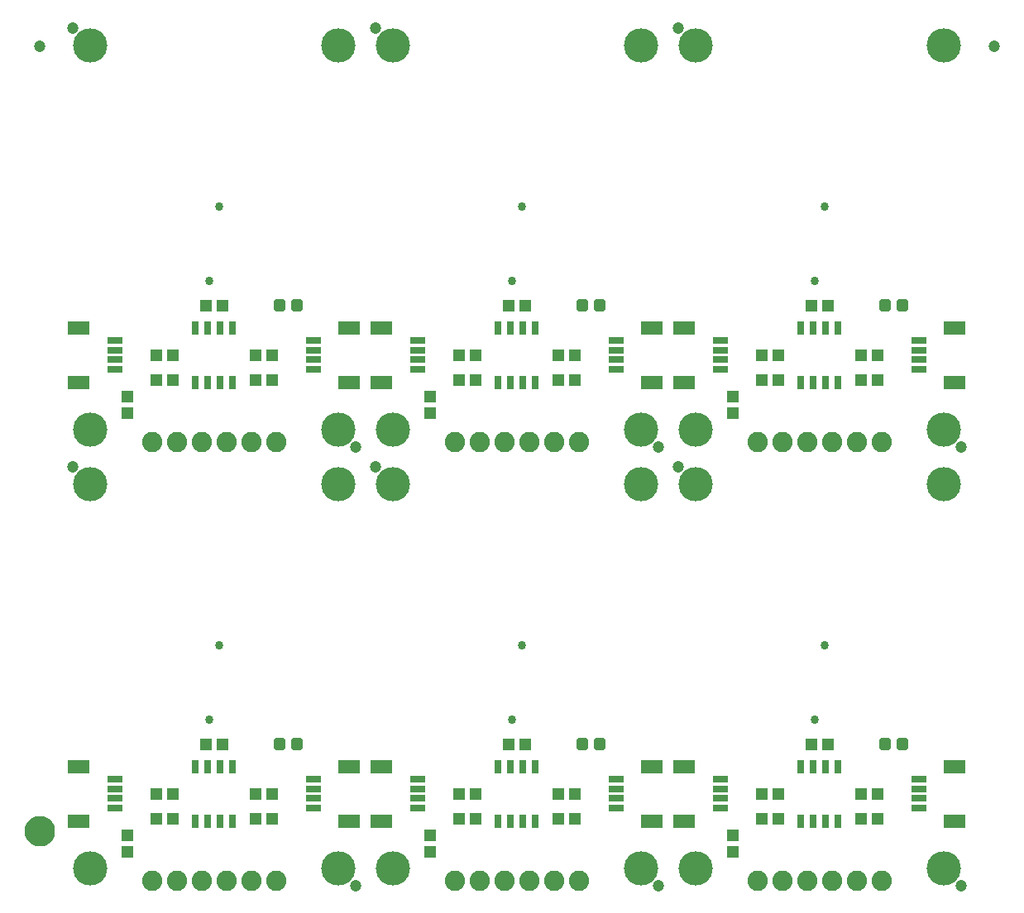
<source format=gts>
G04 EAGLE Gerber RS-274X export*
G75*
%MOMM*%
%FSLAX34Y34*%
%LPD*%
%INSoldermask Top*%
%IPPOS*%
%AMOC8*
5,1,8,0,0,1.08239X$1,22.5*%
G01*
%ADD10R,1.303200X1.203200*%
%ADD11C,0.505344*%
%ADD12R,2.203200X1.403200*%
%ADD13R,1.553200X0.803200*%
%ADD14C,0.863600*%
%ADD15R,0.803200X1.403200*%
%ADD16R,1.203200X1.303200*%
%ADD17C,2.082800*%
%ADD18C,1.203200*%
%ADD19C,3.505200*%
%ADD20C,1.270000*%
%ADD21C,1.703200*%


D10*
X143900Y152400D03*
X160900Y152400D03*
D11*
X233880Y148910D02*
X233880Y155890D01*
X240860Y155890D01*
X240860Y148910D01*
X233880Y148910D01*
X233880Y153710D02*
X240860Y153710D01*
X216340Y155890D02*
X216340Y148910D01*
X216340Y155890D02*
X223320Y155890D01*
X223320Y148910D01*
X216340Y148910D01*
X216340Y153710D02*
X223320Y153710D01*
D12*
X290750Y73600D03*
X290750Y129600D03*
D13*
X254000Y86600D03*
X254000Y96600D03*
X254000Y106600D03*
X254000Y116600D03*
D12*
X14050Y129600D03*
X14050Y73600D03*
D13*
X50800Y116600D03*
X50800Y106600D03*
X50800Y96600D03*
X50800Y86600D03*
D14*
X157480Y254000D03*
X147320Y177800D03*
D10*
X110100Y101600D03*
X93100Y101600D03*
X93100Y76200D03*
X110100Y76200D03*
X211700Y101600D03*
X194700Y101600D03*
D15*
X171450Y129600D03*
X158750Y129600D03*
X146050Y129600D03*
X133350Y129600D03*
X133350Y73600D03*
X146050Y73600D03*
X158750Y73600D03*
X171450Y73600D03*
D16*
X63500Y59300D03*
X63500Y42300D03*
D17*
X88900Y12700D03*
X114300Y12700D03*
X139700Y12700D03*
X165100Y12700D03*
X190500Y12700D03*
X215900Y12700D03*
D10*
X194700Y76200D03*
X211700Y76200D03*
D18*
X7620Y436880D03*
X297180Y7620D03*
D19*
X25400Y419100D03*
X279400Y419100D03*
X25400Y25400D03*
X279400Y25400D03*
D10*
X453780Y152400D03*
X470780Y152400D03*
D11*
X543760Y148910D02*
X543760Y155890D01*
X550740Y155890D01*
X550740Y148910D01*
X543760Y148910D01*
X543760Y153710D02*
X550740Y153710D01*
X526220Y155890D02*
X526220Y148910D01*
X526220Y155890D02*
X533200Y155890D01*
X533200Y148910D01*
X526220Y148910D01*
X526220Y153710D02*
X533200Y153710D01*
D12*
X600630Y73600D03*
X600630Y129600D03*
D13*
X563880Y86600D03*
X563880Y96600D03*
X563880Y106600D03*
X563880Y116600D03*
D12*
X323930Y129600D03*
X323930Y73600D03*
D13*
X360680Y116600D03*
X360680Y106600D03*
X360680Y96600D03*
X360680Y86600D03*
D14*
X467360Y254000D03*
X457200Y177800D03*
D10*
X419980Y101600D03*
X402980Y101600D03*
X402980Y76200D03*
X419980Y76200D03*
X521580Y101600D03*
X504580Y101600D03*
D15*
X481330Y129600D03*
X468630Y129600D03*
X455930Y129600D03*
X443230Y129600D03*
X443230Y73600D03*
X455930Y73600D03*
X468630Y73600D03*
X481330Y73600D03*
D16*
X373380Y59300D03*
X373380Y42300D03*
D17*
X398780Y12700D03*
X424180Y12700D03*
X449580Y12700D03*
X474980Y12700D03*
X500380Y12700D03*
X525780Y12700D03*
D10*
X504580Y76200D03*
X521580Y76200D03*
D18*
X317500Y436880D03*
X607060Y7620D03*
D19*
X335280Y419100D03*
X589280Y419100D03*
X335280Y25400D03*
X589280Y25400D03*
D10*
X763660Y152400D03*
X780660Y152400D03*
D11*
X853640Y148910D02*
X853640Y155890D01*
X860620Y155890D01*
X860620Y148910D01*
X853640Y148910D01*
X853640Y153710D02*
X860620Y153710D01*
X836100Y155890D02*
X836100Y148910D01*
X836100Y155890D02*
X843080Y155890D01*
X843080Y148910D01*
X836100Y148910D01*
X836100Y153710D02*
X843080Y153710D01*
D12*
X910510Y73600D03*
X910510Y129600D03*
D13*
X873760Y86600D03*
X873760Y96600D03*
X873760Y106600D03*
X873760Y116600D03*
D12*
X633810Y129600D03*
X633810Y73600D03*
D13*
X670560Y116600D03*
X670560Y106600D03*
X670560Y96600D03*
X670560Y86600D03*
D14*
X777240Y254000D03*
X767080Y177800D03*
D10*
X729860Y101600D03*
X712860Y101600D03*
X712860Y76200D03*
X729860Y76200D03*
X831460Y101600D03*
X814460Y101600D03*
D15*
X791210Y129600D03*
X778510Y129600D03*
X765810Y129600D03*
X753110Y129600D03*
X753110Y73600D03*
X765810Y73600D03*
X778510Y73600D03*
X791210Y73600D03*
D16*
X683260Y59300D03*
X683260Y42300D03*
D17*
X708660Y12700D03*
X734060Y12700D03*
X759460Y12700D03*
X784860Y12700D03*
X810260Y12700D03*
X835660Y12700D03*
D10*
X814460Y76200D03*
X831460Y76200D03*
D18*
X627380Y436880D03*
X916940Y7620D03*
D19*
X645160Y419100D03*
X899160Y419100D03*
X645160Y25400D03*
X899160Y25400D03*
D10*
X143900Y601980D03*
X160900Y601980D03*
D11*
X233880Y598490D02*
X233880Y605470D01*
X240860Y605470D01*
X240860Y598490D01*
X233880Y598490D01*
X233880Y603290D02*
X240860Y603290D01*
X216340Y605470D02*
X216340Y598490D01*
X216340Y605470D02*
X223320Y605470D01*
X223320Y598490D01*
X216340Y598490D01*
X216340Y603290D02*
X223320Y603290D01*
D12*
X290750Y523180D03*
X290750Y579180D03*
D13*
X254000Y536180D03*
X254000Y546180D03*
X254000Y556180D03*
X254000Y566180D03*
D12*
X14050Y579180D03*
X14050Y523180D03*
D13*
X50800Y566180D03*
X50800Y556180D03*
X50800Y546180D03*
X50800Y536180D03*
D14*
X157480Y703580D03*
X147320Y627380D03*
D10*
X110100Y551180D03*
X93100Y551180D03*
X93100Y525780D03*
X110100Y525780D03*
X211700Y551180D03*
X194700Y551180D03*
D15*
X171450Y579180D03*
X158750Y579180D03*
X146050Y579180D03*
X133350Y579180D03*
X133350Y523180D03*
X146050Y523180D03*
X158750Y523180D03*
X171450Y523180D03*
D16*
X63500Y508880D03*
X63500Y491880D03*
D17*
X88900Y462280D03*
X114300Y462280D03*
X139700Y462280D03*
X165100Y462280D03*
X190500Y462280D03*
X215900Y462280D03*
D10*
X194700Y525780D03*
X211700Y525780D03*
D18*
X7620Y886460D03*
X297180Y457200D03*
D19*
X25400Y868680D03*
X279400Y868680D03*
X25400Y474980D03*
X279400Y474980D03*
D10*
X453780Y601980D03*
X470780Y601980D03*
D11*
X543760Y598490D02*
X543760Y605470D01*
X550740Y605470D01*
X550740Y598490D01*
X543760Y598490D01*
X543760Y603290D02*
X550740Y603290D01*
X526220Y605470D02*
X526220Y598490D01*
X526220Y605470D02*
X533200Y605470D01*
X533200Y598490D01*
X526220Y598490D01*
X526220Y603290D02*
X533200Y603290D01*
D12*
X600630Y523180D03*
X600630Y579180D03*
D13*
X563880Y536180D03*
X563880Y546180D03*
X563880Y556180D03*
X563880Y566180D03*
D12*
X323930Y579180D03*
X323930Y523180D03*
D13*
X360680Y566180D03*
X360680Y556180D03*
X360680Y546180D03*
X360680Y536180D03*
D14*
X467360Y703580D03*
X457200Y627380D03*
D10*
X419980Y551180D03*
X402980Y551180D03*
X402980Y525780D03*
X419980Y525780D03*
X521580Y551180D03*
X504580Y551180D03*
D15*
X481330Y579180D03*
X468630Y579180D03*
X455930Y579180D03*
X443230Y579180D03*
X443230Y523180D03*
X455930Y523180D03*
X468630Y523180D03*
X481330Y523180D03*
D16*
X373380Y508880D03*
X373380Y491880D03*
D17*
X398780Y462280D03*
X424180Y462280D03*
X449580Y462280D03*
X474980Y462280D03*
X500380Y462280D03*
X525780Y462280D03*
D10*
X504580Y525780D03*
X521580Y525780D03*
D18*
X317500Y886460D03*
X607060Y457200D03*
D19*
X335280Y868680D03*
X589280Y868680D03*
X335280Y474980D03*
X589280Y474980D03*
D10*
X763660Y601980D03*
X780660Y601980D03*
D11*
X853640Y598490D02*
X853640Y605470D01*
X860620Y605470D01*
X860620Y598490D01*
X853640Y598490D01*
X853640Y603290D02*
X860620Y603290D01*
X836100Y605470D02*
X836100Y598490D01*
X836100Y605470D02*
X843080Y605470D01*
X843080Y598490D01*
X836100Y598490D01*
X836100Y603290D02*
X843080Y603290D01*
D12*
X910510Y523180D03*
X910510Y579180D03*
D13*
X873760Y536180D03*
X873760Y546180D03*
X873760Y556180D03*
X873760Y566180D03*
D12*
X633810Y579180D03*
X633810Y523180D03*
D13*
X670560Y566180D03*
X670560Y556180D03*
X670560Y546180D03*
X670560Y536180D03*
D14*
X777240Y703580D03*
X767080Y627380D03*
D10*
X729860Y551180D03*
X712860Y551180D03*
X712860Y525780D03*
X729860Y525780D03*
X831460Y551180D03*
X814460Y551180D03*
D15*
X791210Y579180D03*
X778510Y579180D03*
X765810Y579180D03*
X753110Y579180D03*
X753110Y523180D03*
X765810Y523180D03*
X778510Y523180D03*
X791210Y523180D03*
D16*
X683260Y508880D03*
X683260Y491880D03*
D17*
X708660Y462280D03*
X734060Y462280D03*
X759460Y462280D03*
X784860Y462280D03*
X810260Y462280D03*
X835660Y462280D03*
D10*
X814460Y525780D03*
X831460Y525780D03*
D18*
X627380Y886460D03*
X916940Y457200D03*
D19*
X645160Y868680D03*
X899160Y868680D03*
X645160Y474980D03*
X899160Y474980D03*
D18*
X-26238Y867410D03*
X950798Y867410D03*
D20*
X-35293Y63500D02*
X-35290Y63722D01*
X-35282Y63944D01*
X-35268Y64166D01*
X-35249Y64388D01*
X-35225Y64608D01*
X-35195Y64829D01*
X-35160Y65048D01*
X-35119Y65267D01*
X-35073Y65484D01*
X-35022Y65700D01*
X-34965Y65915D01*
X-34903Y66129D01*
X-34836Y66340D01*
X-34764Y66551D01*
X-34686Y66759D01*
X-34604Y66965D01*
X-34516Y67169D01*
X-34424Y67372D01*
X-34326Y67571D01*
X-34224Y67768D01*
X-34117Y67963D01*
X-34005Y68155D01*
X-33888Y68344D01*
X-33767Y68531D01*
X-33641Y68714D01*
X-33511Y68894D01*
X-33376Y69071D01*
X-33238Y69244D01*
X-33095Y69414D01*
X-32947Y69581D01*
X-32796Y69744D01*
X-32641Y69903D01*
X-32482Y70058D01*
X-32319Y70209D01*
X-32152Y70357D01*
X-31982Y70500D01*
X-31809Y70638D01*
X-31632Y70773D01*
X-31452Y70903D01*
X-31269Y71029D01*
X-31082Y71150D01*
X-30893Y71267D01*
X-30701Y71379D01*
X-30506Y71486D01*
X-30309Y71588D01*
X-30110Y71686D01*
X-29907Y71778D01*
X-29703Y71866D01*
X-29497Y71948D01*
X-29289Y72026D01*
X-29078Y72098D01*
X-28867Y72165D01*
X-28653Y72227D01*
X-28438Y72284D01*
X-28222Y72335D01*
X-28005Y72381D01*
X-27786Y72422D01*
X-27567Y72457D01*
X-27346Y72487D01*
X-27126Y72511D01*
X-26904Y72530D01*
X-26682Y72544D01*
X-26460Y72552D01*
X-26238Y72555D01*
X-26016Y72552D01*
X-25794Y72544D01*
X-25572Y72530D01*
X-25350Y72511D01*
X-25130Y72487D01*
X-24909Y72457D01*
X-24690Y72422D01*
X-24471Y72381D01*
X-24254Y72335D01*
X-24038Y72284D01*
X-23823Y72227D01*
X-23609Y72165D01*
X-23398Y72098D01*
X-23187Y72026D01*
X-22979Y71948D01*
X-22773Y71866D01*
X-22569Y71778D01*
X-22366Y71686D01*
X-22167Y71588D01*
X-21970Y71486D01*
X-21775Y71379D01*
X-21583Y71267D01*
X-21394Y71150D01*
X-21207Y71029D01*
X-21024Y70903D01*
X-20844Y70773D01*
X-20667Y70638D01*
X-20494Y70500D01*
X-20324Y70357D01*
X-20157Y70209D01*
X-19994Y70058D01*
X-19835Y69903D01*
X-19680Y69744D01*
X-19529Y69581D01*
X-19381Y69414D01*
X-19238Y69244D01*
X-19100Y69071D01*
X-18965Y68894D01*
X-18835Y68714D01*
X-18709Y68531D01*
X-18588Y68344D01*
X-18471Y68155D01*
X-18359Y67963D01*
X-18252Y67768D01*
X-18150Y67571D01*
X-18052Y67372D01*
X-17960Y67169D01*
X-17872Y66965D01*
X-17790Y66759D01*
X-17712Y66551D01*
X-17640Y66340D01*
X-17573Y66129D01*
X-17511Y65915D01*
X-17454Y65700D01*
X-17403Y65484D01*
X-17357Y65267D01*
X-17316Y65048D01*
X-17281Y64829D01*
X-17251Y64608D01*
X-17227Y64388D01*
X-17208Y64166D01*
X-17194Y63944D01*
X-17186Y63722D01*
X-17183Y63500D01*
X-17186Y63278D01*
X-17194Y63056D01*
X-17208Y62834D01*
X-17227Y62612D01*
X-17251Y62392D01*
X-17281Y62171D01*
X-17316Y61952D01*
X-17357Y61733D01*
X-17403Y61516D01*
X-17454Y61300D01*
X-17511Y61085D01*
X-17573Y60871D01*
X-17640Y60660D01*
X-17712Y60449D01*
X-17790Y60241D01*
X-17872Y60035D01*
X-17960Y59831D01*
X-18052Y59628D01*
X-18150Y59429D01*
X-18252Y59232D01*
X-18359Y59037D01*
X-18471Y58845D01*
X-18588Y58656D01*
X-18709Y58469D01*
X-18835Y58286D01*
X-18965Y58106D01*
X-19100Y57929D01*
X-19238Y57756D01*
X-19381Y57586D01*
X-19529Y57419D01*
X-19680Y57256D01*
X-19835Y57097D01*
X-19994Y56942D01*
X-20157Y56791D01*
X-20324Y56643D01*
X-20494Y56500D01*
X-20667Y56362D01*
X-20844Y56227D01*
X-21024Y56097D01*
X-21207Y55971D01*
X-21394Y55850D01*
X-21583Y55733D01*
X-21775Y55621D01*
X-21970Y55514D01*
X-22167Y55412D01*
X-22366Y55314D01*
X-22569Y55222D01*
X-22773Y55134D01*
X-22979Y55052D01*
X-23187Y54974D01*
X-23398Y54902D01*
X-23609Y54835D01*
X-23823Y54773D01*
X-24038Y54716D01*
X-24254Y54665D01*
X-24471Y54619D01*
X-24690Y54578D01*
X-24909Y54543D01*
X-25130Y54513D01*
X-25350Y54489D01*
X-25572Y54470D01*
X-25794Y54456D01*
X-26016Y54448D01*
X-26238Y54445D01*
X-26460Y54448D01*
X-26682Y54456D01*
X-26904Y54470D01*
X-27126Y54489D01*
X-27346Y54513D01*
X-27567Y54543D01*
X-27786Y54578D01*
X-28005Y54619D01*
X-28222Y54665D01*
X-28438Y54716D01*
X-28653Y54773D01*
X-28867Y54835D01*
X-29078Y54902D01*
X-29289Y54974D01*
X-29497Y55052D01*
X-29703Y55134D01*
X-29907Y55222D01*
X-30110Y55314D01*
X-30309Y55412D01*
X-30506Y55514D01*
X-30701Y55621D01*
X-30893Y55733D01*
X-31082Y55850D01*
X-31269Y55971D01*
X-31452Y56097D01*
X-31632Y56227D01*
X-31809Y56362D01*
X-31982Y56500D01*
X-32152Y56643D01*
X-32319Y56791D01*
X-32482Y56942D01*
X-32641Y57097D01*
X-32796Y57256D01*
X-32947Y57419D01*
X-33095Y57586D01*
X-33238Y57756D01*
X-33376Y57929D01*
X-33511Y58106D01*
X-33641Y58286D01*
X-33767Y58469D01*
X-33888Y58656D01*
X-34005Y58845D01*
X-34117Y59037D01*
X-34224Y59232D01*
X-34326Y59429D01*
X-34424Y59628D01*
X-34516Y59831D01*
X-34604Y60035D01*
X-34686Y60241D01*
X-34764Y60449D01*
X-34836Y60660D01*
X-34903Y60871D01*
X-34965Y61085D01*
X-35022Y61300D01*
X-35073Y61516D01*
X-35119Y61733D01*
X-35160Y61952D01*
X-35195Y62171D01*
X-35225Y62392D01*
X-35249Y62612D01*
X-35268Y62834D01*
X-35282Y63056D01*
X-35290Y63278D01*
X-35293Y63500D01*
D21*
X-26238Y63500D03*
M02*

</source>
